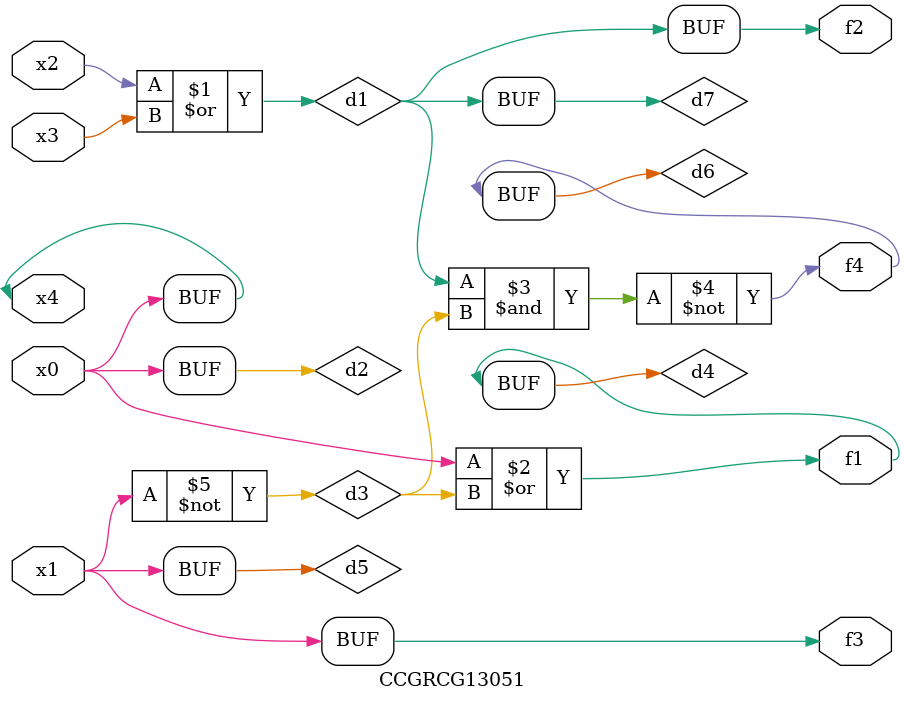
<source format=v>
module CCGRCG13051(
	input x0, x1, x2, x3, x4,
	output f1, f2, f3, f4
);

	wire d1, d2, d3, d4, d5, d6, d7;

	or (d1, x2, x3);
	buf (d2, x0, x4);
	not (d3, x1);
	or (d4, d2, d3);
	not (d5, d3);
	nand (d6, d1, d3);
	or (d7, d1);
	assign f1 = d4;
	assign f2 = d7;
	assign f3 = d5;
	assign f4 = d6;
endmodule

</source>
